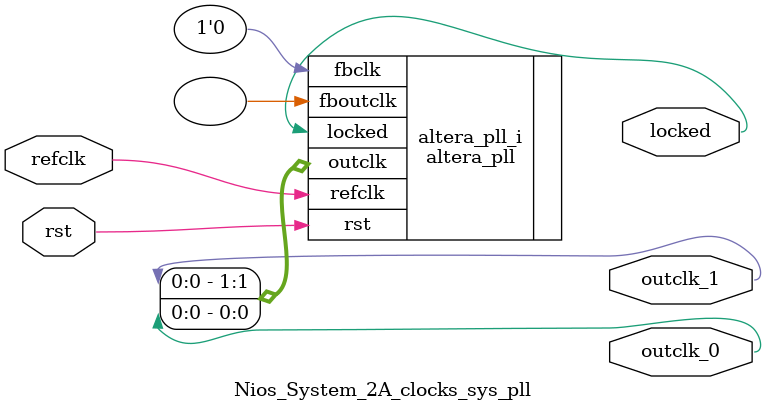
<source format=v>
`timescale 1ns/10ps
module  Nios_System_2A_clocks_sys_pll(

	// interface 'refclk'
	input wire refclk,

	// interface 'reset'
	input wire rst,

	// interface 'outclk0'
	output wire outclk_0,

	// interface 'outclk1'
	output wire outclk_1,

	// interface 'locked'
	output wire locked
);

	altera_pll #(
		.fractional_vco_multiplier("false"),
		.reference_clock_frequency("50.0 MHz"),
		.operation_mode("direct"),
		.number_of_clocks(2),
		.output_clock_frequency0("50.000000 MHz"),
		.phase_shift0("0 ps"),
		.duty_cycle0(50),
		.output_clock_frequency1("50.000000 MHz"),
		.phase_shift1("-3000 ps"),
		.duty_cycle1(50),
		.output_clock_frequency2("0 MHz"),
		.phase_shift2("0 ps"),
		.duty_cycle2(50),
		.output_clock_frequency3("0 MHz"),
		.phase_shift3("0 ps"),
		.duty_cycle3(50),
		.output_clock_frequency4("0 MHz"),
		.phase_shift4("0 ps"),
		.duty_cycle4(50),
		.output_clock_frequency5("0 MHz"),
		.phase_shift5("0 ps"),
		.duty_cycle5(50),
		.output_clock_frequency6("0 MHz"),
		.phase_shift6("0 ps"),
		.duty_cycle6(50),
		.output_clock_frequency7("0 MHz"),
		.phase_shift7("0 ps"),
		.duty_cycle7(50),
		.output_clock_frequency8("0 MHz"),
		.phase_shift8("0 ps"),
		.duty_cycle8(50),
		.output_clock_frequency9("0 MHz"),
		.phase_shift9("0 ps"),
		.duty_cycle9(50),
		.output_clock_frequency10("0 MHz"),
		.phase_shift10("0 ps"),
		.duty_cycle10(50),
		.output_clock_frequency11("0 MHz"),
		.phase_shift11("0 ps"),
		.duty_cycle11(50),
		.output_clock_frequency12("0 MHz"),
		.phase_shift12("0 ps"),
		.duty_cycle12(50),
		.output_clock_frequency13("0 MHz"),
		.phase_shift13("0 ps"),
		.duty_cycle13(50),
		.output_clock_frequency14("0 MHz"),
		.phase_shift14("0 ps"),
		.duty_cycle14(50),
		.output_clock_frequency15("0 MHz"),
		.phase_shift15("0 ps"),
		.duty_cycle15(50),
		.output_clock_frequency16("0 MHz"),
		.phase_shift16("0 ps"),
		.duty_cycle16(50),
		.output_clock_frequency17("0 MHz"),
		.phase_shift17("0 ps"),
		.duty_cycle17(50),
		.pll_type("General"),
		.pll_subtype("General")
	) altera_pll_i (
		.rst	(rst),
		.outclk	({outclk_1, outclk_0}),
		.locked	(locked),
		.fboutclk	( ),
		.fbclk	(1'b0),
		.refclk	(refclk)
	);
endmodule


</source>
